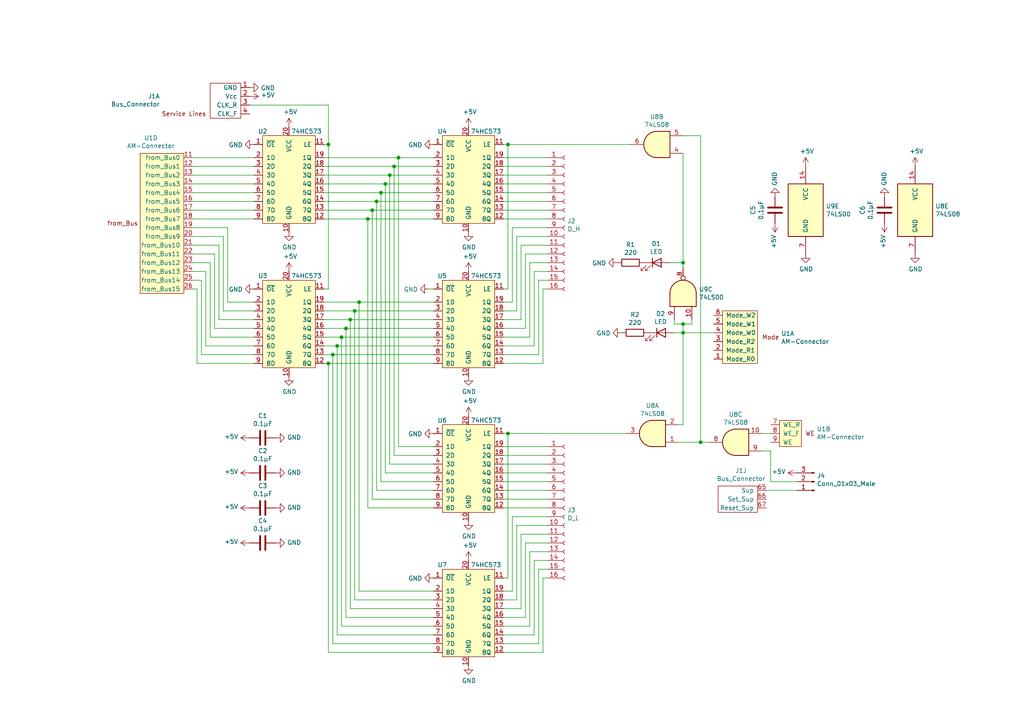
<source format=kicad_sch>
(kicad_sch (version 20211123) (generator eeschema)
  (paper "A4")
  (title_block (date "2022-01-27") (rev "v0.5") (comment 2 "https://github.com/jufo-ufo/Breadboard-Computer/blob/master/LICENSE") (comment 3 "License: Apache License 2.0") (comment 4 "Author: Alexander Wersching"))
  (lib_symbols
    (symbol "74xx:74LS00" (pin_names (offset 1.016))
      (property "Reference" "U" (at 0 1.27 0))
      (property "Value" "74LS00" (at 0 -1.27 0))
      (symbol "74LS00_1_1"
        (pin input line (at -7.62 2.54 0) (length 3.81) (name "~") (number "1"))
        (pin input line (at -7.62 -2.54 0) (length 3.81) (name "~") (number "2"))
        (pin output inverted (at 7.62 0 180) (length 3.81) (name "~") (number "3"))
      )
      (symbol "74LS00_1_2"
        (pin input inverted (at -7.62 2.54 0) (length 4.318) (name "~") (number "1"))
        (pin input inverted (at -7.62 -2.54 0) (length 4.318) (name "~") (number "2"))
        (pin output line (at 7.62 0 180) (length 3.81) (name "~") (number "3"))
      )
      (symbol "74LS00_2_1"
        (pin input line (at -7.62 2.54 0) (length 3.81) (name "~") (number "4"))
        (pin input line (at -7.62 -2.54 0) (length 3.81) (name "~") (number "5"))
        (pin output inverted (at 7.62 0 180) (length 3.81) (name "~") (number "6"))
      )
      (symbol "74LS00_2_2"
        (pin input inverted (at -7.62 2.54 0) (length 4.318) (name "~") (number "4"))
        (pin input inverted (at -7.62 -2.54 0) (length 4.318) (name "~") (number "5"))
        (pin output line (at 7.62 0 180) (length 3.81) (name "~") (number "6"))
      )
      (symbol "74LS00_3_1"
        (pin input line (at -7.62 -2.54 0) (length 3.81) (name "~") (number "10"))
        (pin output inverted (at 7.62 0 180) (length 3.81) (name "~") (number "8"))
        (pin input line (at -7.62 2.54 0) (length 3.81) (name "~") (number "9"))
      )
      (symbol "74LS00_3_2"
        (pin input inverted (at -7.62 -2.54 0) (length 4.318) (name "~") (number "10"))
        (pin output line (at 7.62 0 180) (length 3.81) (name "~") (number "8"))
        (pin input inverted (at -7.62 2.54 0) (length 4.318) (name "~") (number "9"))
      )
      (symbol "74LS00_4_1"
        (pin output inverted (at 7.62 0 180) (length 3.81) (name "~") (number "11"))
        (pin input line (at -7.62 2.54 0) (length 3.81) (name "~") (number "12"))
        (pin input line (at -7.62 -2.54 0) (length 3.81) (name "~") (number "13"))
      )
      (symbol "74LS00_4_2"
        (pin output line (at 7.62 0 180) (length 3.81) (name "~") (number "11"))
        (pin input inverted (at -7.62 2.54 0) (length 4.318) (name "~") (number "12"))
        (pin input inverted (at -7.62 -2.54 0) (length 4.318) (name "~") (number "13"))
      )
      (symbol "74LS00_5_0"
        (pin power_in line (at 0 12.7 270) (length 5.08) (name "VCC") (number "14"))
        (pin power_in line (at 0 -12.7 90) (length 5.08) (name "GND") (number "7"))
      )
    )
    (symbol "74xx:74LS08" (pin_names (offset 1.016))
      (property "Reference" "U" (at 0 1.27 0))
      (property "Value" "74LS08" (at 0 -1.27 0))
      (symbol "74LS08_1_1"
        (pin input line (at -7.62 2.54 0) (length 3.81) (name "~") (number "1"))
        (pin input line (at -7.62 -2.54 0) (length 3.81) (name "~") (number "2"))
        (pin output line (at 7.62 0 180) (length 3.81) (name "~") (number "3"))
      )
      (symbol "74LS08_1_2"
        (pin input inverted (at -7.62 2.54 0) (length 4.318) (name "~") (number "1"))
        (pin input inverted (at -7.62 -2.54 0) (length 4.318) (name "~") (number "2"))
        (pin output inverted (at 7.62 0 180) (length 3.81) (name "~") (number "3"))
      )
      (symbol "74LS08_2_1"
        (pin input line (at -7.62 2.54 0) (length 3.81) (name "~") (number "4"))
        (pin input line (at -7.62 -2.54 0) (length 3.81) (name "~") (number "5"))
        (pin output line (at 7.62 0 180) (length 3.81) (name "~") (number "6"))
      )
      (symbol "74LS08_2_2"
        (pin input inverted (at -7.62 2.54 0) (length 4.318) (name "~") (number "4"))
        (pin input inverted (at -7.62 -2.54 0) (length 4.318) (name "~") (number "5"))
        (pin output inverted (at 7.62 0 180) (length 3.81) (name "~") (number "6"))
      )
      (symbol "74LS08_3_1"
        (pin input line (at -7.62 -2.54 0) (length 3.81) (name "~") (number "10"))
        (pin output line (at 7.62 0 180) (length 3.81) (name "~") (number "8"))
        (pin input line (at -7.62 2.54 0) (length 3.81) (name "~") (number "9"))
      )
      (symbol "74LS08_3_2"
        (pin input inverted (at -7.62 -2.54 0) (length 4.318) (name "~") (number "10"))
        (pin output inverted (at 7.62 0 180) (length 3.81) (name "~") (number "8"))
        (pin input inverted (at -7.62 2.54 0) (length 4.318) (name "~") (number "9"))
      )
      (symbol "74LS08_4_1"
        (pin output line (at 7.62 0 180) (length 3.81) (name "~") (number "11"))
        (pin input line (at -7.62 2.54 0) (length 3.81) (name "~") (number "12"))
        (pin input line (at -7.62 -2.54 0) (length 3.81) (name "~") (number "13"))
      )
      (symbol "74LS08_4_2"
        (pin output inverted (at 7.62 0 180) (length 3.81) (name "~") (number "11"))
        (pin input inverted (at -7.62 2.54 0) (length 4.318) (name "~") (number "12"))
        (pin input inverted (at -7.62 -2.54 0) (length 4.318) (name "~") (number "13"))
      )
      (symbol "74LS08_5_0"
        (pin power_in line (at 0 12.7 270) (length 5.08) (name "VCC") (number "14"))
        (pin power_in line (at 0 -12.7 90) (length 5.08) (name "GND") (number "7"))
      )
    )
    (symbol "Computer_Component_Library:74HC573" (pin_names (offset 1.016))
      (property "Reference" "U" (at 6.35 16.51 0))
      (property "Value" "Computer_Component_Library_74HC573" (at -6.35 16.51 0))
      (symbol "74HC573_1_1"
        (pin input line (at -10.16 12.7 0) (length 2.54) (name "~{OE}") (number "1"))
        (pin power_in line (at 0 -12.7 90) (length 2.54) (name "GND") (number "10"))
        (pin input line (at 10.16 12.7 180) (length 2.54) (name "LE") (number "11"))
        (pin tri_state line (at 10.16 -8.89 180) (length 2.54) (name "8Q") (number "12"))
        (pin tri_state line (at 10.16 -6.35 180) (length 2.54) (name "7Q") (number "13"))
        (pin tri_state line (at 10.16 -3.81 180) (length 2.54) (name "6Q") (number "14"))
        (pin tri_state line (at 10.16 -1.27 180) (length 2.54) (name "5Q") (number "15"))
        (pin tri_state line (at 10.16 1.27 180) (length 2.54) (name "4Q") (number "16"))
        (pin tri_state line (at 10.16 3.81 180) (length 2.54) (name "3Q") (number "17"))
        (pin tri_state line (at 10.16 6.35 180) (length 2.54) (name "2Q") (number "18"))
        (pin tri_state line (at 10.16 8.89 180) (length 2.54) (name "1Q") (number "19"))
        (pin input line (at -10.16 8.89 0) (length 2.54) (name "1D") (number "2"))
        (pin power_in line (at 0 17.78 270) (length 2.54) (name "VCC") (number "20"))
        (pin input line (at -10.16 6.35 0) (length 2.54) (name "2D") (number "3"))
        (pin input line (at -10.16 3.81 0) (length 2.54) (name "3D") (number "4"))
        (pin input line (at -10.16 1.27 0) (length 2.54) (name "4D") (number "5"))
        (pin input line (at -10.16 -1.27 0) (length 2.54) (name "5D") (number "6"))
        (pin input line (at -10.16 -3.81 0) (length 2.54) (name "6D") (number "7"))
        (pin input line (at -10.16 -6.35 0) (length 2.54) (name "7D") (number "8"))
        (pin input line (at -10.16 -8.89 0) (length 2.54) (name "8D") (number "9"))
      )
    )
    (symbol "Computer_Component_Library:AM-Connector" (pin_names (offset 1.016))
      (property "Reference" "U" (at -12.7 5.08 0))
      (property "Value" "Computer_Component_Library_AM-Connector" (at -19.05 2.54 0))
      (symbol "AM-Connector_1_0"
        (text "Mode" (at -12.7 0 0) (effects (font (size 1.27 1.27))))
        (pin output line (at 3.81 6.35 180) (length 2.54) (name "Mode_R0") (number "1"))
        (pin output line (at 3.81 3.81 180) (length 2.54) (name "Mode_R1") (number "2"))
        (pin output line (at 3.81 1.27 180) (length 2.54) (name "Mode_R2") (number "3"))
        (pin output line (at 3.81 -1.27 180) (length 2.54) (name "Mode_W0") (number "4"))
        (pin output line (at 3.81 -3.81 180) (length 2.54) (name "Mode_W1") (number "5"))
        (pin output line (at 3.81 -6.35 180) (length 2.54) (name "Mode_W2") (number "6"))
      )
      (symbol "AM-Connector_2_0"
        (text "WE" (at -7.62 0 0) (effects (font (size 1.27 1.27))))
        (pin output line (at 3.81 2.54 180) (length 2.54) (name "WE_R") (number "7"))
        (pin output line (at 3.81 0 180) (length 2.54) (name "WE_F") (number "8"))
        (pin output line (at 3.81 -2.54 180) (length 2.54) (name "WE") (number "9"))
      )
      (symbol "AM-Connector_3_0"
        (text "RE" (at -6.35 0 0) (effects (font (size 1.27 1.27))))
        (pin output line (at 3.81 0 180) (length 2.54) (name "RE") (number "10"))
      )
      (symbol "AM-Connector_4_0"
        (text "from_Bus" (at -16.51 0 0) (effects (font (size 1.27 1.27))))
        (pin input line (at 3.81 19.05 180) (length 2.54) (name "from_Bus0") (number "11"))
        (pin input line (at 3.81 16.51 180) (length 2.54) (name "from_Bus1") (number "12"))
        (pin input line (at 3.81 13.97 180) (length 2.54) (name "from_Bus2") (number "13"))
        (pin input line (at 3.81 11.43 180) (length 2.54) (name "from_Bus3") (number "14"))
        (pin input line (at 3.81 8.89 180) (length 2.54) (name "from_Bus4") (number "15"))
        (pin input line (at 3.81 6.35 180) (length 2.54) (name "from_Bus5") (number "16"))
        (pin input line (at 3.81 3.81 180) (length 2.54) (name "from_Bus6") (number "17"))
        (pin input line (at 3.81 1.27 180) (length 2.54) (name "from_Bus7") (number "18"))
        (pin input line (at 3.81 -1.27 180) (length 2.54) (name "from_Bus8") (number "19"))
        (pin input line (at 3.81 -3.81 180) (length 2.54) (name "from_Bus9") (number "20"))
        (pin input line (at 3.81 -6.35 180) (length 2.54) (name "from_Bus10") (number "21"))
        (pin input line (at 3.81 -8.89 180) (length 2.54) (name "from_Bus11") (number "22"))
        (pin input line (at 3.81 -11.43 180) (length 2.54) (name "from_Bus12") (number "23"))
        (pin input line (at 3.81 -13.97 180) (length 2.54) (name "from_Bus13") (number "24"))
        (pin input line (at 3.81 -16.51 180) (length 2.54) (name "from_Bus14") (number "25"))
        (pin input line (at 3.81 -19.05 180) (length 2.54) (name "from_Bus15") (number "26"))
      )
      (symbol "AM-Connector_5_0"
        (text "to_Bus" (at -15.24 0 0) (effects (font (size 1.27 1.27))))
        (pin output line (at 3.81 19.05 180) (length 2.54) (name "to_Bus0") (number "27"))
        (pin output line (at 3.81 16.51 180) (length 2.54) (name "to_Bus1") (number "28"))
        (pin output line (at 3.81 13.97 180) (length 2.54) (name "to_Bus2") (number "29"))
        (pin output line (at 3.81 11.43 180) (length 2.54) (name "to_Bus3") (number "30"))
        (pin output line (at 3.81 8.89 180) (length 2.54) (name "to_Bus4") (number "31"))
        (pin output line (at 3.81 6.35 180) (length 2.54) (name "to_Bus5") (number "32"))
        (pin output line (at 3.81 3.81 180) (length 2.54) (name "to_Bus6") (number "33"))
        (pin output line (at 3.81 1.27 180) (length 2.54) (name "to_Bus7") (number "34"))
        (pin output line (at 3.81 -1.27 180) (length 2.54) (name "to_Bus8") (number "35"))
        (pin output line (at 3.81 -3.81 180) (length 2.54) (name "to_Bus9") (number "36"))
        (pin output line (at 3.81 -6.35 180) (length 2.54) (name "to_Bus10") (number "37"))
        (pin output line (at 3.81 -8.89 180) (length 2.54) (name "to_Bus11") (number "38"))
        (pin output line (at 3.81 -11.43 180) (length 2.54) (name "to_Bus12") (number "39"))
        (pin output line (at 3.81 -13.97 180) (length 2.54) (name "to_Bus13") (number "40"))
        (pin output line (at 3.81 -16.51 180) (length 2.54) (name "to_Bus14") (number "41"))
        (pin output line (at 3.81 -19.05 180) (length 2.54) (name "to_Bus15") (number "42"))
      )
    )
    (symbol "Computer_Component_Library:Bus_Connector" (pin_names (offset 1.016))
      (property "Reference" "J" (at -12.7 -1.27 0))
      (property "Value" "Computer_Component_Library_Bus_Connector" (at -19.05 1.27 0))
      (symbol "Bus_Connector_1_0"
        (text "Service Lines" (at -15.24 -3.81 0) (effects (font (size 1.27 1.27))))
      )
      (symbol "Bus_Connector_1_1"
        (pin power_out line (at 3.81 3.81 180) (length 2.54) (name "GND") (number "1"))
        (pin power_out line (at 3.81 1.27 180) (length 2.54) (name "Vcc") (number "2"))
        (pin bidirectional line (at 3.81 -1.27 180) (length 2.54) (name "CLK_R") (number "3"))
        (pin bidirectional line (at 3.81 -3.81 180) (length 2.54) (name "CLK_F") (number "4"))
      )
      (symbol "Bus_Connector_2_0"
        (text "BUS1" (at -11.43 -3.81 0) (effects (font (size 1.27 1.27))))
      )
      (symbol "Bus_Connector_2_1"
        (pin bidirectional line (at 3.81 6.35 180) (length 2.54) (name "BUS1:5") (number "10"))
        (pin bidirectional line (at 3.81 3.81 180) (length 2.54) (name "BUS1:6") (number "11"))
        (pin bidirectional line (at 3.81 1.27 180) (length 2.54) (name "BUS1:7") (number "12"))
        (pin bidirectional line (at 3.81 -1.27 180) (length 2.54) (name "BUS1:8") (number "13"))
        (pin bidirectional line (at 3.81 -3.81 180) (length 2.54) (name "BUS1:9") (number "14"))
        (pin bidirectional line (at 3.81 -6.35 180) (length 2.54) (name "BUS1:A") (number "15"))
        (pin bidirectional line (at 3.81 -8.89 180) (length 2.54) (name "BUS1:B") (number "16"))
        (pin bidirectional line (at 3.81 -11.43 180) (length 2.54) (name "BUS1:C") (number "17"))
        (pin bidirectional line (at 3.81 -13.97 180) (length 2.54) (name "BUS1:D") (number "18"))
        (pin bidirectional line (at 3.81 -16.51 180) (length 2.54) (name "BUS1:E") (number "19"))
        (pin bidirectional line (at 3.81 -19.05 180) (length 2.54) (name "BUS1:F") (number "20"))
        (pin bidirectional line (at 3.81 19.05 180) (length 2.54) (name "BUS1:0") (number "5"))
        (pin bidirectional line (at 3.81 16.51 180) (length 2.54) (name "BUS1:1") (number "6"))
        (pin bidirectional line (at 3.81 13.97 180) (length 2.54) (name "BUS1:2") (number "7"))
        (pin bidirectional line (at 3.81 11.43 180) (length 2.54) (name "BUS1:3") (number "8"))
        (pin bidirectional line (at 3.81 8.89 180) (length 2.54) (name "BUS1:4") (number "9"))
      )
      (symbol "Bus_Connector_3_0"
        (text "BUS2" (at -11.43 -3.81 0) (effects (font (size 1.27 1.27))))
      )
      (symbol "Bus_Connector_3_1"
        (pin bidirectional line (at 3.81 19.05 180) (length 2.54) (name "BUS2:0") (number "21"))
        (pin bidirectional line (at 3.81 16.51 180) (length 2.54) (name "BUS2:1") (number "22"))
        (pin bidirectional line (at 3.81 13.97 180) (length 2.54) (name "BUS2:2") (number "23"))
        (pin bidirectional line (at 3.81 11.43 180) (length 2.54) (name "BUS2:3") (number "24"))
        (pin bidirectional line (at 3.81 8.89 180) (length 2.54) (name "BUS2:4") (number "25"))
        (pin bidirectional line (at 3.81 6.35 180) (length 2.54) (name "BUS2:5") (number "26"))
        (pin bidirectional line (at 3.81 3.81 180) (length 2.54) (name "BUS2:6") (number "27"))
        (pin bidirectional line (at 3.81 1.27 180) (length 2.54) (name "BUS2:7") (number "28"))
        (pin bidirectional line (at 3.81 -1.27 180) (length 2.54) (name "BUS2:8") (number "29"))
        (pin bidirectional line (at 3.81 -3.81 180) (length 2.54) (name "BUS2:9") (number "30"))
        (pin bidirectional line (at 3.81 -6.35 180) (length 2.54) (name "BUS2:A") (number "31"))
        (pin bidirectional line (at 3.81 -8.89 180) (length 2.54) (name "BUS2:B") (number "32"))
        (pin bidirectional line (at 3.81 -11.43 180) (length 2.54) (name "BUS2:C") (number "33"))
        (pin bidirectional line (at 3.81 -13.97 180) (length 2.54) (name "BUS2:D") (number "34"))
        (pin bidirectional line (at 3.81 -16.51 180) (length 2.54) (name "BUS2:E") (number "35"))
        (pin bidirectional line (at 3.81 -19.05 180) (length 2.54) (name "BUS2:F") (number "36"))
      )
      (symbol "Bus_Connector_4_0"
        (text "WE1" (at -8.89 -3.81 0) (effects (font (size 1.27 1.27))))
      )
      (symbol "Bus_Connector_4_1"
        (pin bidirectional line (at 3.81 7.62 180) (length 2.54) (name "WE1:0") (number "37"))
        (pin bidirectional line (at 3.81 5.08 180) (length 2.54) (name "WE1:1") (number "38"))
        (pin bidirectional line (at 3.81 2.54 180) (length 2.54) (name "WE1:2") (number "39"))
        (pin bidirectional line (at 3.81 0 180) (length 2.54) (name "WE1:3") (number "40"))
        (pin bidirectional line (at 3.81 -2.54 180) (length 2.54) (name "WE1:4") (number "41"))
        (pin bidirectional line (at 3.81 -5.08 180) (length 2.54) (name "WE1:5") (number "42"))
        (pin bidirectional line (at 3.81 -7.62 180) (length 2.54) (name "WE1:6") (number "43"))
      )
      (symbol "Bus_Connector_5_0"
        (text "WE2" (at -8.89 -3.81 0) (effects (font (size 1.27 1.27))))
      )
      (symbol "Bus_Connector_5_1"
        (pin bidirectional line (at 3.81 7.62 180) (length 2.54) (name "WE2:0") (number "44"))
        (pin bidirectional line (at 3.81 5.08 180) (length 2.54) (name "WE2:1") (number "45"))
        (pin bidirectional line (at 3.81 2.54 180) (length 2.54) (name "WE2:2") (number "46"))
        (pin bidirectional line (at 3.81 0 180) (length 2.54) (name "WE2:3") (number "47"))
        (pin bidirectional line (at 3.81 -2.54 180) (length 2.54) (name "WE2:4") (number "48"))
        (pin bidirectional line (at 3.81 -5.08 180) (length 2.54) (name "WE2:5") (number "49"))
        (pin bidirectional line (at 3.81 -7.62 180) (length 2.54) (name "WE2:6") (number "50"))
      )
      (symbol "Bus_Connector_6_0"
        (text "RE1" (at -8.89 -3.81 0) (effects (font (size 1.27 1.27))))
      )
      (symbol "Bus_Connector_6_1"
        (pin bidirectional line (at 3.81 7.62 180) (length 2.54) (name "RE1:0") (number "51"))
        (pin bidirectional line (at 3.81 5.08 180) (length 2.54) (name "RE1:1") (number "52"))
        (pin bidirectional line (at 3.81 2.54 180) (length 2.54) (name "RE1:2") (number "53"))
        (pin bidirectional line (at 3.81 0 180) (length 2.54) (name "RE1:3") (number "54"))
        (pin bidirectional line (at 3.81 -2.54 180) (length 2.54) (name "RE1:4") (number "55"))
        (pin bidirectional line (at 3.81 -5.08 180) (length 2.54) (name "RE1:5") (number "56"))
        (pin bidirectional line (at 3.81 -7.62 180) (length 2.54) (name "RE1:6") (number "57"))
      )
      (symbol "Bus_Connector_7_0"
        (text "RE2" (at -8.89 -3.81 0) (effects (font (size 1.27 1.27))))
      )
      (symbol "Bus_Connector_7_1"
        (pin bidirectional line (at 3.81 7.62 180) (length 2.54) (name "RE2:0") (number "58"))
        (pin bidirectional line (at 3.81 5.08 180) (length 2.54) (name "RE2:1") (number "59"))
        (pin bidirectional line (at 3.81 2.54 180) (length 2.54) (name "RE2:2") (number "60"))
        (pin bidirectional line (at 3.81 0 180) (length 2.54) (name "RE2:3") (number "61"))
        (pin bidirectional line (at 3.81 -2.54 180) (length 2.54) (name "RE2:4") (number "62"))
        (pin bidirectional line (at 3.81 -5.08 180) (length 2.54) (name "RE2:5") (number "63"))
        (pin bidirectional line (at 3.81 -7.62 180) (length 2.54) (name "RE2:6") (number "64"))
      )
      (symbol "Bus_Connector_8_1"
        (text "Misc Lines" (at -16.51 -3.81 0) (effects (font (size 1.27 1.27))))
        (pin unspecified line (at 3.81 10.16 180) (length 2.54) (name "~") (number "72"))
        (pin unspecified line (at 3.81 7.62 180) (length 2.54) (name "~") (number "73"))
        (pin unspecified line (at 3.81 5.08 180) (length 2.54) (name "~") (number "74"))
        (pin unspecified line (at 3.81 2.54 180) (length 2.54) (name "~") (number "75"))
        (pin unspecified line (at 3.81 0 180) (length 2.54) (name "~") (number "76"))
        (pin unspecified line (at 3.81 -2.54 180) (length 2.54) (name "~") (number "77"))
        (pin unspecified line (at 3.81 -5.08 180) (length 2.54) (name "~") (number "78"))
        (pin unspecified line (at 3.81 -7.62 180) (length 2.54) (name "~") (number "79"))
        (pin unspecified line (at 3.81 -10.16 180) (length 2.54) (name "~") (number "80"))
      )
      (symbol "Bus_Connector_9_0"
        (text "Interrupt Lines" (at -19.05 -1.27 0) (effects (font (size 1.27 1.27))))
      )
      (symbol "Bus_Connector_9_1"
        (pin bidirectional line (at 3.81 3.81 180) (length 2.54) (name "Set_IO-Int") (number "68"))
        (pin bidirectional line (at 3.81 1.27 180) (length 2.54) (name "Set_Int-Int") (number "69"))
        (pin bidirectional line (at 3.81 -1.27 180) (length 2.54) (name "Set_TI1-Int") (number "70"))
        (pin bidirectional line (at 3.81 -3.81 180) (length 2.54) (name "Set_TI2-Int") (number "71"))
      )
      (symbol "Bus_Connector_10_1"
        (pin bidirectional line (at 3.81 2.54 180) (length 2.54) (name "Sup") (number "65"))
        (pin bidirectional line (at 3.81 0 180) (length 2.54) (name "Set_Sup") (number "66"))
        (pin bidirectional line (at 3.81 -2.54 180) (length 2.54) (name "Reset_Sup") (number "67"))
      )
    )
    (symbol "Connector:Conn_01x03_Male" (pin_names (offset 1.016) hide)
      (property "Reference" "J" (at 0 5.08 0))
      (property "Value" "Conn_01x03_Male" (at 0 -5.08 0))
      (symbol "Conn_01x03_Male_1_1"
        (pin passive line (at 5.08 2.54 180) (length 3.81) (name "Pin_1") (number "1"))
        (pin passive line (at 5.08 0 180) (length 3.81) (name "Pin_2") (number "2"))
        (pin passive line (at 5.08 -2.54 180) (length 3.81) (name "Pin_3") (number "3"))
      )
    )
    (symbol "Connector:Conn_01x16_Female" (pin_names (offset 1.016) hide)
      (property "Reference" "J" (at 0 20.32 0))
      (property "Value" "Conn_01x16_Female" (at 0 -22.86 0))
      (symbol "Conn_01x16_Female_1_1"
        (pin passive line (at -5.08 17.78 0) (length 3.81) (name "Pin_1") (number "1"))
        (pin passive line (at -5.08 -5.08 0) (length 3.81) (name "Pin_10") (number "10"))
        (pin passive line (at -5.08 -7.62 0) (length 3.81) (name "Pin_11") (number "11"))
        (pin passive line (at -5.08 -10.16 0) (length 3.81) (name "Pin_12") (number "12"))
        (pin passive line (at -5.08 -12.7 0) (length 3.81) (name "Pin_13") (number "13"))
        (pin passive line (at -5.08 -15.24 0) (length 3.81) (name "Pin_14") (number "14"))
        (pin passive line (at -5.08 -17.78 0) (length 3.81) (name "Pin_15") (number "15"))
        (pin passive line (at -5.08 -20.32 0) (length 3.81) (name "Pin_16") (number "16"))
        (pin passive line (at -5.08 15.24 0) (length 3.81) (name "Pin_2") (number "2"))
        (pin passive line (at -5.08 12.7 0) (length 3.81) (name "Pin_3") (number "3"))
        (pin passive line (at -5.08 10.16 0) (length 3.81) (name "Pin_4") (number "4"))
        (pin passive line (at -5.08 7.62 0) (length 3.81) (name "Pin_5") (number "5"))
        (pin passive line (at -5.08 5.08 0) (length 3.81) (name "Pin_6") (number "6"))
        (pin passive line (at -5.08 2.54 0) (length 3.81) (name "Pin_7") (number "7"))
        (pin passive line (at -5.08 0 0) (length 3.81) (name "Pin_8") (number "8"))
        (pin passive line (at -5.08 -2.54 0) (length 3.81) (name "Pin_9") (number "9"))
      )
    )
    (symbol "Device:C" (pin_numbers hide) (pin_names (offset 0.254))
      (property "Reference" "C" (at 0.635 2.54 0))
      (property "Value" "C" (at 0.635 -2.54 0))
      (symbol "C_1_1"
        (pin passive line (at 0 3.81 270) (length 2.794) (name "~") (number "1"))
        (pin passive line (at 0 -3.81 90) (length 2.794) (name "~") (number "2"))
      )
    )
    (symbol "Device:LED" (pin_numbers hide) (pin_names (offset 1.016) hide)
      (property "Reference" "D" (at 0 2.54 0))
      (property "Value" "LED" (at 0 -2.54 0))
      (symbol "LED_1_1"
        (pin passive line (at -3.81 0 0) (length 2.54) (name "K") (number "1"))
        (pin passive line (at 3.81 0 180) (length 2.54) (name "A") (number "2"))
      )
    )
    (symbol "Device:R" (pin_numbers hide) (pin_names (offset 0))
      (property "Reference" "R" (at 2.032 0 90))
      (property "Value" "R" (at 0 0 90))
      (symbol "R_1_1"
        (pin passive line (at 0 3.81 270) (length 1.27) (name "~") (number "1"))
        (pin passive line (at 0 -3.81 90) (length 1.27) (name "~") (number "2"))
      )
    )
    (symbol "power:+5V" (power) (pin_names (offset 0))
      (property "Value" "+5V" (at 0 3.556 0))
      (symbol "+5V_1_1"
        (pin power_in line (at 0 0 90) (length 0) hide (name "+5V") (number "1"))
      )
    )
    (symbol "power:GND" (power) (pin_names (offset 0))
      (property "Value" "GND" (at 0 -3.81 0))
      (symbol "GND_1_1"
        (pin power_in line (at 0 0 270) (length 0) hide (name "GND") (number "1"))
      )
    )
  )
  (junction (at 97.79 100.33))
  (junction (at 198.12 76.2))
  (junction (at 109.22 58.42))
  (junction (at 99.06 97.79))
  (junction (at 95.25 105.41))
  (junction (at 147.32 125.73))
  (junction (at 198.12 93.98))
  (junction (at 95.25 41.91))
  (junction (at 114.3 48.26))
  (junction (at 101.6 92.71))
  (junction (at 147.32 41.91))
  (junction (at 110.49 55.88))
  (junction (at 203.2 128.27))
  (junction (at 198.12 96.52))
  (junction (at 107.95 60.96))
  (junction (at 96.52 102.87))
  (junction (at 100.33 95.25))
  (junction (at 104.14 87.63))
  (junction (at 115.57 45.72))
  (junction (at 102.87 90.17))
  (junction (at 106.68 63.5))
  (junction (at 113.03 50.8))
  (junction (at 111.76 53.34))
  (wire (pts (xy 158.75 162.56) (xy 154.94 162.56)))
  (wire (pts (xy 101.6 92.71) (xy 101.6 176.53)))
  (wire (pts (xy 125.73 50.8) (xy 113.03 50.8)))
  (wire (pts (xy 125.73 92.71) (xy 101.6 92.71)))
  (wire (pts (xy 146.05 50.8) (xy 158.75 50.8)))
  (wire (pts (xy 223.52 139.7) (xy 231.14 139.7)))
  (wire (pts (xy 93.98 97.79) (xy 99.06 97.79)))
  (wire (pts (xy 125.73 173.99) (xy 102.87 173.99)))
  (wire (pts (xy 125.73 83.82) (xy 124.46 83.82)))
  (wire (pts (xy 148.59 171.45) (xy 146.05 171.45)))
  (wire (pts (xy 198.12 44.45) (xy 198.12 76.2)))
  (wire (pts (xy 146.05 63.5) (xy 158.75 63.5)))
  (wire (pts (xy 149.86 90.17) (xy 149.86 68.58)))
  (wire (pts (xy 55.88 45.72) (xy 73.66 45.72)))
  (wire (pts (xy 146.05 60.96) (xy 158.75 60.96)))
  (wire (pts (xy 97.79 184.15) (xy 125.73 184.15)))
  (wire (pts (xy 55.88 60.96) (xy 73.66 60.96)))
  (wire (pts (xy 198.12 96.52) (xy 195.58 96.52)))
  (wire (pts (xy 106.68 147.32) (xy 125.73 147.32)))
  (wire (pts (xy 125.73 132.08) (xy 114.3 132.08)))
  (wire (pts (xy 198.12 76.2) (xy 194.31 76.2)))
  (wire (pts (xy 147.32 125.73) (xy 147.32 167.64)))
  (wire (pts (xy 59.69 100.33) (xy 59.69 78.74)))
  (wire (pts (xy 149.86 68.58) (xy 158.75 68.58)))
  (wire (pts (xy 222.25 142.24) (xy 231.14 142.24)))
  (wire (pts (xy 115.57 129.54) (xy 125.73 129.54)))
  (wire (pts (xy 146.05 129.54) (xy 158.75 129.54)))
  (wire (pts (xy 101.6 176.53) (xy 125.73 176.53)))
  (wire (pts (xy 152.4 73.66) (xy 158.75 73.66)))
  (wire (pts (xy 146.05 173.99) (xy 149.86 173.99)))
  (wire (pts (xy 100.33 95.25) (xy 93.98 95.25)))
  (wire (pts (xy 107.95 60.96) (xy 125.73 60.96)))
  (wire (pts (xy 154.94 184.15) (xy 146.05 184.15)))
  (wire (pts (xy 147.32 83.82) (xy 147.32 41.91)))
  (wire (pts (xy 156.21 102.87) (xy 156.21 81.28)))
  (wire (pts (xy 158.75 83.82) (xy 157.48 83.82)))
  (wire (pts (xy 153.67 160.02) (xy 153.67 181.61)))
  (wire (pts (xy 113.03 134.62) (xy 125.73 134.62)))
  (wire (pts (xy 114.3 132.08) (xy 114.3 48.26)))
  (wire (pts (xy 198.12 76.2) (xy 198.12 77.47)))
  (wire (pts (xy 55.88 55.88) (xy 73.66 55.88)))
  (wire (pts (xy 158.75 58.42) (xy 146.05 58.42)))
  (wire (pts (xy 104.14 171.45) (xy 125.73 171.45)))
  (wire (pts (xy 97.79 100.33) (xy 125.73 100.33)))
  (wire (pts (xy 96.52 102.87) (xy 96.52 186.69)))
  (wire (pts (xy 158.75 71.12) (xy 151.13 71.12)))
  (wire (pts (xy 100.33 179.07) (xy 100.33 95.25)))
  (wire (pts (xy 97.79 184.15) (xy 97.79 100.33)))
  (wire (pts (xy 148.59 149.86) (xy 148.59 171.45)))
  (wire (pts (xy 146.05 83.82) (xy 147.32 83.82)))
  (wire (pts (xy 115.57 45.72) (xy 115.57 129.54)))
  (wire (pts (xy 149.86 173.99) (xy 149.86 152.4)))
  (wire (pts (xy 57.15 83.82) (xy 55.88 83.82)))
  (wire (pts (xy 62.23 73.66) (xy 55.88 73.66)))
  (wire (pts (xy 158.75 132.08) (xy 146.05 132.08)))
  (wire (pts (xy 104.14 87.63) (xy 125.73 87.63)))
  (wire (pts (xy 146.05 139.7) (xy 158.75 139.7)))
  (wire (pts (xy 146.05 144.78) (xy 158.75 144.78)))
  (wire (pts (xy 63.5 92.71) (xy 73.66 92.71)))
  (wire (pts (xy 223.52 125.73) (xy 220.98 125.73)))
  (wire (pts (xy 93.98 102.87) (xy 96.52 102.87)))
  (wire (pts (xy 158.75 167.64) (xy 157.48 167.64)))
  (wire (pts (xy 100.33 95.25) (xy 125.73 95.25)))
  (wire (pts (xy 110.49 55.88) (xy 110.49 139.7)))
  (wire (pts (xy 73.66 90.17) (xy 64.77 90.17)))
  (wire (pts (xy 60.96 97.79) (xy 73.66 97.79)))
  (wire (pts (xy 102.87 90.17) (xy 93.98 90.17)))
  (wire (pts (xy 73.66 58.42) (xy 55.88 58.42)))
  (wire (pts (xy 73.66 48.26) (xy 55.88 48.26)))
  (wire (pts (xy 93.98 87.63) (xy 104.14 87.63)))
  (wire (pts (xy 55.88 71.12) (xy 63.5 71.12)))
  (wire (pts (xy 111.76 137.16) (xy 111.76 53.34)))
  (wire (pts (xy 158.75 149.86) (xy 148.59 149.86)))
  (wire (pts (xy 195.58 93.98) (xy 198.12 93.98)))
  (wire (pts (xy 58.42 81.28) (xy 58.42 102.87)))
  (wire (pts (xy 113.03 50.8) (xy 113.03 134.62)))
  (wire (pts (xy 156.21 186.69) (xy 156.21 165.1)))
  (wire (pts (xy 207.01 96.52) (xy 198.12 96.52)))
  (wire (pts (xy 106.68 63.5) (xy 106.68 147.32)))
  (wire (pts (xy 146.05 95.25) (xy 152.4 95.25)))
  (wire (pts (xy 107.95 144.78) (xy 125.73 144.78)))
  (wire (pts (xy 156.21 165.1) (xy 158.75 165.1)))
  (wire (pts (xy 63.5 71.12) (xy 63.5 92.71)))
  (wire (pts (xy 148.59 66.04) (xy 148.59 87.63)))
  (wire (pts (xy 147.32 125.73) (xy 181.61 125.73)))
  (wire (pts (xy 55.88 81.28) (xy 58.42 81.28)))
  (wire (pts (xy 157.48 83.82) (xy 157.48 105.41)))
  (wire (pts (xy 73.66 95.25) (xy 62.23 95.25)))
  (wire (pts (xy 147.32 125.73) (xy 146.05 125.73)))
  (wire (pts (xy 158.75 160.02) (xy 153.67 160.02)))
  (wire (pts (xy 154.94 78.74) (xy 154.94 100.33)))
  (wire (pts (xy 153.67 97.79) (xy 146.05 97.79)))
  (wire (pts (xy 93.98 105.41) (xy 95.25 105.41)))
  (wire (pts (xy 158.75 154.94) (xy 151.13 154.94)))
  (wire (pts (xy 62.23 95.25) (xy 62.23 73.66)))
  (wire (pts (xy 125.73 45.72) (xy 115.57 45.72)))
  (wire (pts (xy 104.14 87.63) (xy 104.14 171.45)))
  (wire (pts (xy 93.98 53.34) (xy 111.76 53.34)))
  (wire (pts (xy 113.03 50.8) (xy 93.98 50.8)))
  (wire (pts (xy 99.06 181.61) (xy 125.73 181.61)))
  (wire (pts (xy 153.67 181.61) (xy 146.05 181.61)))
  (wire (pts (xy 57.15 105.41) (xy 57.15 83.82)))
  (wire (pts (xy 146.05 41.91) (xy 147.32 41.91)))
  (wire (pts (xy 158.75 142.24) (xy 146.05 142.24)))
  (wire (pts (xy 95.25 41.91) (xy 95.25 83.82)))
  (wire (pts (xy 55.88 76.2) (xy 60.96 76.2)))
  (wire (pts (xy 72.39 30.48) (xy 95.25 30.48)))
  (wire (pts (xy 93.98 63.5) (xy 106.68 63.5)))
  (wire (pts (xy 115.57 45.72) (xy 93.98 45.72)))
  (wire (pts (xy 125.73 189.23) (xy 95.25 189.23)))
  (wire (pts (xy 196.85 123.19) (xy 198.12 123.19)))
  (wire (pts (xy 110.49 55.88) (xy 93.98 55.88)))
  (wire (pts (xy 107.95 144.78) (xy 107.95 60.96)))
  (wire (pts (xy 149.86 152.4) (xy 158.75 152.4)))
  (wire (pts (xy 60.96 76.2) (xy 60.96 97.79)))
  (wire (pts (xy 66.04 66.04) (xy 66.04 87.63)))
  (wire (pts (xy 152.4 95.25) (xy 152.4 73.66)))
  (wire (pts (xy 198.12 39.37) (xy 203.2 39.37)))
  (wire (pts (xy 146.05 134.62) (xy 158.75 134.62)))
  (wire (pts (xy 147.32 41.91) (xy 182.88 41.91)))
  (wire (pts (xy 154.94 100.33) (xy 146.05 100.33)))
  (wire (pts (xy 200.66 93.98) (xy 200.66 92.71)))
  (wire (pts (xy 198.12 93.98) (xy 198.12 96.52)))
  (wire (pts (xy 59.69 78.74) (xy 55.88 78.74)))
  (wire (pts (xy 99.06 97.79) (xy 99.06 181.61)))
  (wire (pts (xy 97.79 100.33) (xy 93.98 100.33)))
  (wire (pts (xy 109.22 58.42) (xy 109.22 142.24)))
  (wire (pts (xy 95.25 189.23) (xy 95.25 105.41)))
  (wire (pts (xy 125.73 102.87) (xy 96.52 102.87)))
  (wire (pts (xy 151.13 154.94) (xy 151.13 176.53)))
  (wire (pts (xy 95.25 30.48) (xy 95.25 41.91)))
  (wire (pts (xy 151.13 71.12) (xy 151.13 92.71)))
  (wire (pts (xy 125.73 179.07) (xy 100.33 179.07)))
  (wire (pts (xy 64.77 68.58) (xy 55.88 68.58)))
  (wire (pts (xy 125.73 58.42) (xy 109.22 58.42)))
  (wire (pts (xy 157.48 189.23) (xy 146.05 189.23)))
  (wire (pts (xy 220.98 130.81) (xy 223.52 130.81)))
  (wire (pts (xy 64.77 90.17) (xy 64.77 68.58)))
  (wire (pts (xy 158.75 48.26) (xy 146.05 48.26)))
  (wire (pts (xy 146.05 55.88) (xy 158.75 55.88)))
  (wire (pts (xy 156.21 81.28) (xy 158.75 81.28)))
  (wire (pts (xy 102.87 90.17) (xy 125.73 90.17)))
  (wire (pts (xy 196.85 128.27) (xy 203.2 128.27)))
  (wire (pts (xy 158.75 53.34) (xy 146.05 53.34)))
  (wire (pts (xy 111.76 53.34) (xy 125.73 53.34)))
  (wire (pts (xy 152.4 179.07) (xy 152.4 157.48)))
  (wire (pts (xy 152.4 157.48) (xy 158.75 157.48)))
  (wire (pts (xy 73.66 105.41) (xy 57.15 105.41)))
  (wire (pts (xy 146.05 105.41) (xy 157.48 105.41)))
  (wire (pts (xy 102.87 173.99) (xy 102.87 90.17)))
  (wire (pts (xy 95.25 105.41) (xy 125.73 105.41)))
  (wire (pts (xy 151.13 92.71) (xy 146.05 92.71)))
  (wire (pts (xy 96.52 186.69) (xy 125.73 186.69)))
  (wire (pts (xy 66.04 87.63) (xy 73.66 87.63)))
  (wire (pts (xy 95.25 41.91) (xy 93.98 41.91)))
  (wire (pts (xy 154.94 162.56) (xy 154.94 184.15)))
  (wire (pts (xy 73.66 53.34) (xy 55.88 53.34)))
  (wire (pts (xy 59.69 100.33) (xy 73.66 100.33)))
  (wire (pts (xy 107.95 60.96) (xy 93.98 60.96)))
  (wire (pts (xy 195.58 92.71) (xy 195.58 93.98)))
  (wire (pts (xy 95.25 83.82) (xy 93.98 83.82)))
  (wire (pts (xy 153.67 76.2) (xy 153.67 97.79)))
  (wire (pts (xy 146.05 90.17) (xy 149.86 90.17)))
  (wire (pts (xy 146.05 147.32) (xy 158.75 147.32)))
  (wire (pts (xy 93.98 92.71) (xy 101.6 92.71)))
  (wire (pts (xy 110.49 139.7) (xy 125.73 139.7)))
  (wire (pts (xy 55.88 66.04) (xy 66.04 66.04)))
  (wire (pts (xy 55.88 50.8) (xy 73.66 50.8)))
  (wire (pts (xy 158.75 66.04) (xy 148.59 66.04)))
  (wire (pts (xy 158.75 78.74) (xy 154.94 78.74)))
  (wire (pts (xy 158.75 137.16) (xy 146.05 137.16)))
  (wire (pts (xy 203.2 128.27) (xy 205.74 128.27)))
  (wire (pts (xy 157.48 167.64) (xy 157.48 189.23)))
  (wire (pts (xy 111.76 137.16) (xy 125.73 137.16)))
  (wire (pts (xy 125.73 97.79) (xy 99.06 97.79)))
  (wire (pts (xy 148.59 87.63) (xy 146.05 87.63)))
  (wire (pts (xy 109.22 142.24) (xy 125.73 142.24)))
  (wire (pts (xy 93.98 58.42) (xy 109.22 58.42)))
  (wire (pts (xy 146.05 186.69) (xy 156.21 186.69)))
  (wire (pts (xy 203.2 39.37) (xy 203.2 128.27)))
  (wire (pts (xy 151.13 176.53) (xy 146.05 176.53)))
  (wire (pts (xy 198.12 96.52) (xy 198.12 123.19)))
  (wire (pts (xy 198.12 93.98) (xy 200.66 93.98)))
  (wire (pts (xy 73.66 63.5) (xy 55.88 63.5)))
  (wire (pts (xy 146.05 179.07) (xy 152.4 179.07)))
  (wire (pts (xy 146.05 45.72) (xy 158.75 45.72)))
  (wire (pts (xy 147.32 167.64) (xy 146.05 167.64)))
  (wire (pts (xy 146.05 102.87) (xy 156.21 102.87)))
  (wire (pts (xy 223.52 130.81) (xy 223.52 139.7)))
  (wire (pts (xy 125.73 55.88) (xy 110.49 55.88)))
  (wire (pts (xy 114.3 48.26) (xy 125.73 48.26)))
  (wire (pts (xy 125.73 63.5) (xy 106.68 63.5)))
  (wire (pts (xy 58.42 102.87) (xy 73.66 102.87)))
  (wire (pts (xy 93.98 48.26) (xy 114.3 48.26)))
  (wire (pts (xy 158.75 76.2) (xy 153.67 76.2)))
  (symbol (lib_id "Computer_Component_Library:Bus_Connector") (at 68.58 29.21 0) (unit 1)
    (property "Reference" "J1" (at 46.3804 27.9146 0) (effects (justify right)))
    (property "Value" "Bus_Connector" (at 46.3804 30.226 0) (effects (justify right)))
    (property "Footprint" "Computer_Component_Library:PinHeader_1x78_P2.54mm_Horizontal" (effects hide))
  )
  (symbol (lib_id "Computer_Component_Library:AM-Connector") (at 52.07 64.77 0) (unit 4)
    (property "Reference" "U1" (at 43.7642 40.005 0))
    (property "Value" "AM-Connector" (at 43.7642 42.3164 0))
    (property "Footprint" "Computer_Component_Library:PinHeader_1x42_P2.54mm_Horizontal" (effects hide))
  )
  (symbol (lib_id "Computer_Component_Library:AM-Connector") (at 227.33 125.73 0) (mirror y) (unit 2)
    (property "Reference" "U1" (at 236.8804 124.4346 0) (effects (justify right)))
    (property "Value" "AM-Connector" (at 236.8804 126.746 0) (effects (justify right)))
    (property "Footprint" "Computer_Component_Library:PinHeader_1x42_P2.54mm_Horizontal" (effects hide))
  )
  (symbol (lib_id "Computer_Component_Library:Bus_Connector") (at 218.44 144.78 0) (unit 10)
    (property "Reference" "J1" (at 214.9348 136.525 0))
    (property "Value" "Bus_Connector" (at 214.9348 138.8364 0))
    (property "Footprint" "Computer_Component_Library:PinHeader_1x78_P2.54mm_Horizontal" (effects hide))
  )
  (symbol (lib_id "Connector:Conn_01x16_Female") (at 163.83 147.32 0) (unit 1)
    (property "Reference" "J3" (at 164.5412 147.9296 0) (effects (justify left)))
    (property "Value" "D_L" (at 164.5412 150.241 0) (effects (justify left)))
    (property "Footprint" "Connector_PinHeader_2.00mm:PinHeader_1x16_P2.00mm_Vertical" (effects hide))
  )
  (symbol (lib_id "Computer_Component_Library:74HC573") (at 135.89 138.43 0) (unit 1)
    (property "Reference" "U6" (at 128.27 121.92 0))
    (property "Value" "74HC573" (at 140.97 121.92 0))
    (property "Footprint" "Package_DIP:DIP-20_W7.62mm_Socket" (effects hide))
  )
  (symbol (lib_id "Computer_Component_Library:74HC573") (at 135.89 180.34 0) (unit 1)
    (property "Reference" "U7" (at 128.27 163.83 0))
    (property "Value" "74HC573" (at 140.97 163.83 0))
    (property "Footprint" "Package_DIP:DIP-20_W7.62mm_Socket" (effects hide))
  )
  (symbol (lib_id "Connector:Conn_01x03_Male") (at 236.22 139.7 180) (unit 1)
    (property "Reference" "J4" (at 236.9312 137.9728 0) (effects (justify right)))
    (property "Value" "Conn_01x03_Male" (at 236.9312 140.2842 0) (effects (justify right)))
    (property "Footprint" "Connector_PinSocket_2.00mm:PinSocket_1x03_P2.00mm_Vertical" (effects hide))
  )
  (symbol (lib_id "power:+5V") (at 135.89 162.56 0) (unit 1)
    (property "Reference" "#PWR0101" (effects hide))
    (property "Value" "+5V" (at 136.271 158.1658 0))
  )
  (symbol (lib_id "power:+5V") (at 231.14 137.16 90) (unit 1)
    (property "Reference" "#PWR0121" (effects hide))
    (property "Value" "+5V" (at 227.8888 136.779 90) (effects (justify left)))
  )
  (symbol (lib_id "power:+5V") (at 135.89 120.65 0) (unit 1)
    (property "Reference" "#PWR0102" (effects hide))
    (property "Value" "+5V" (at 136.271 116.2558 0))
  )
  (symbol (lib_id "power:GND") (at 135.89 151.13 0) (unit 1)
    (property "Reference" "#PWR0104" (effects hide))
    (property "Value" "GND" (at 136.017 155.5242 0))
  )
  (symbol (lib_id "Connector:Conn_01x16_Female") (at 163.83 63.5 0) (unit 1)
    (property "Reference" "J2" (at 164.5412 64.1096 0) (effects (justify left)))
    (property "Value" "D_H" (at 164.5412 66.421 0) (effects (justify left)))
    (property "Footprint" "Connector_PinHeader_2.00mm:PinHeader_1x16_P2.00mm_Vertical" (effects hide))
  )
  (symbol (lib_id "Computer_Component_Library:74HC573") (at 135.89 54.61 0) (unit 1)
    (property "Reference" "U4" (at 128.27 38.1 0))
    (property "Value" "74HC573" (at 140.97 38.1 0))
    (property "Footprint" "Package_DIP:DIP-20_W7.62mm_Socket" (effects hide))
  )
  (symbol (lib_id "Computer_Component_Library:74HC573") (at 135.89 96.52 0) (unit 1)
    (property "Reference" "U5" (at 128.27 80.01 0))
    (property "Value" "74HC573" (at 140.97 80.01 0))
    (property "Footprint" "Package_DIP:DIP-20_W7.62mm_Socket" (effects hide))
  )
  (symbol (lib_id "power:+5V") (at 135.89 78.74 0) (unit 1)
    (property "Reference" "#PWR0105" (effects hide))
    (property "Value" "+5V" (at 136.271 74.3458 0))
  )
  (symbol (lib_id "power:+5V") (at 135.89 36.83 0) (unit 1)
    (property "Reference" "#PWR0106" (effects hide))
    (property "Value" "+5V" (at 136.271 32.4358 0))
  )
  (symbol (lib_id "power:GND") (at 135.89 109.22 0) (unit 1)
    (property "Reference" "#PWR0107" (effects hide))
    (property "Value" "GND" (at 136.017 113.6142 0))
  )
  (symbol (lib_id "power:GND") (at 135.89 67.31 0) (unit 1)
    (property "Reference" "#PWR0108" (effects hide))
    (property "Value" "GND" (at 136.017 71.7042 0))
  )
  (symbol (lib_id "power:+5V") (at 224.79 64.77 180) (unit 1)
    (property "Reference" "#PWR0128" (effects hide))
    (property "Value" "+5V" (at 224.409 68.0212 90) (effects (justify left)))
  )
  (symbol (lib_id "power:GND") (at 224.79 57.15 180) (unit 1)
    (property "Reference" "#PWR0129" (effects hide))
    (property "Value" "GND" (at 224.663 53.8988 90) (effects (justify right)))
  )
  (symbol (lib_id "Device:C") (at 224.79 60.96 0) (unit 1)
    (property "Reference" "C5" (at 218.3892 60.96 90))
    (property "Value" "0.1µF" (at 220.7006 60.96 90))
    (property "Footprint" "Capacitor_THT:C_Disc_D8.0mm_W5.0mm_P5.00mm" (effects hide))
  )
  (symbol (lib_id "power:+5V") (at 256.54 64.77 180) (unit 1)
    (property "Reference" "#PWR0130" (effects hide))
    (property "Value" "+5V" (at 256.159 68.0212 90) (effects (justify left)))
  )
  (symbol (lib_id "power:GND") (at 256.54 57.15 180) (unit 1)
    (property "Reference" "#PWR0131" (effects hide))
    (property "Value" "GND" (at 256.413 53.8988 90) (effects (justify right)))
  )
  (symbol (lib_id "Device:C") (at 256.54 60.96 0) (unit 1)
    (property "Reference" "C6" (at 250.1392 60.96 90))
    (property "Value" "0.1µF" (at 252.4506 60.96 90))
    (property "Footprint" "Capacitor_THT:C_Disc_D8.0mm_W5.0mm_P5.00mm" (effects hide))
  )
  (symbol (lib_id "power:+5V") (at 72.39 157.48 90) (unit 1)
    (property "Reference" "#PWR0132" (effects hide))
    (property "Value" "+5V" (at 69.1388 157.099 90) (effects (justify left)))
  )
  (symbol (lib_id "power:GND") (at 80.01 157.48 90) (unit 1)
    (property "Reference" "#PWR0133" (effects hide))
    (property "Value" "GND" (at 83.2612 157.353 90) (effects (justify right)))
  )
  (symbol (lib_id "Device:C") (at 76.2 157.48 270) (unit 1)
    (property "Reference" "C4" (at 76.2 151.0792 90))
    (property "Value" "0.1µF" (at 76.2 153.3906 90))
    (property "Footprint" "Capacitor_THT:C_Disc_D8.0mm_W5.0mm_P5.00mm" (effects hide))
  )
  (symbol (lib_id "power:+5V") (at 72.39 147.32 90) (unit 1)
    (property "Reference" "#PWR0134" (effects hide))
    (property "Value" "+5V" (at 69.1388 146.939 90) (effects (justify left)))
  )
  (symbol (lib_id "power:GND") (at 80.01 147.32 90) (unit 1)
    (property "Reference" "#PWR0135" (effects hide))
    (property "Value" "GND" (at 83.2612 147.193 90) (effects (justify right)))
  )
  (symbol (lib_id "Device:C") (at 76.2 147.32 270) (unit 1)
    (property "Reference" "C3" (at 76.2 140.9192 90))
    (property "Value" "0.1µF" (at 76.2 143.2306 90))
    (property "Footprint" "Capacitor_THT:C_Disc_D8.0mm_W5.0mm_P5.00mm" (effects hide))
  )
  (symbol (lib_id "power:+5V") (at 72.39 137.16 90) (unit 1)
    (property "Reference" "#PWR0136" (effects hide))
    (property "Value" "+5V" (at 69.1388 136.779 90) (effects (justify left)))
  )
  (symbol (lib_id "power:GND") (at 80.01 137.16 90) (unit 1)
    (property "Reference" "#PWR0137" (effects hide))
    (property "Value" "GND" (at 83.2612 137.033 90) (effects (justify right)))
  )
  (symbol (lib_id "Device:C") (at 76.2 137.16 270) (unit 1)
    (property "Reference" "C2" (at 76.2 130.7592 90))
    (property "Value" "0.1µF" (at 76.2 133.0706 90))
    (property "Footprint" "Capacitor_THT:C_Disc_D8.0mm_W5.0mm_P5.00mm" (effects hide))
  )
  (symbol (lib_id "power:+5V") (at 72.39 127 90) (unit 1)
    (property "Reference" "#PWR0138" (effects hide))
    (property "Value" "+5V" (at 69.1388 126.619 90) (effects (justify left)))
  )
  (symbol (lib_id "power:GND") (at 80.01 127 90) (unit 1)
    (property "Reference" "#PWR0139" (effects hide))
    (property "Value" "GND" (at 83.2612 126.873 90) (effects (justify right)))
  )
  (symbol (lib_id "Device:C") (at 76.2 127 270) (unit 1)
    (property "Reference" "C1" (at 76.2 120.5992 90))
    (property "Value" "0.1µF" (at 76.2 122.9106 90))
    (property "Footprint" "Capacitor_THT:C_Disc_D8.0mm_W5.0mm_P5.00mm" (effects hide))
  )
  (symbol (lib_id "Computer_Component_Library:AM-Connector") (at 210.82 97.79 180) (unit 1)
    (property "Reference" "U1" (at 226.568 96.7486 0) (effects (justify right)))
    (property "Value" "AM-Connector" (at 226.568 99.06 0) (effects (justify right)))
    (property "Footprint" "Computer_Component_Library:PinHeader_1x42_P2.54mm_Horizontal" (effects hide))
  )
  (symbol (lib_id "74xx:74LS00") (at 233.68 60.96 0) (unit 5)
    (property "Reference" "U9" (at 239.522 59.7916 0) (effects (justify left)))
    (property "Value" "74LS00" (at 239.522 62.103 0) (effects (justify left)))
    (property "Footprint" "Package_DIP:DIP-14_W7.62mm_Socket" (effects hide))
    (property "Datasheet" "http://www.ti.com/lit/gpn/sn74ls00" (effects hide))
  )
  (symbol (lib_id "power:GND") (at 233.68 73.66 0) (unit 1)
    (property "Reference" "#PWR0109" (effects hide))
    (property "Value" "GND" (at 233.807 78.0542 0))
  )
  (symbol (lib_id "power:+5V") (at 233.68 48.26 0) (unit 1)
    (property "Reference" "#PWR0110" (effects hide))
    (property "Value" "+5V" (at 234.061 43.8658 0))
  )
  (symbol (lib_id "74xx:74LS08") (at 189.23 125.73 180) (unit 1)
    (property "Reference" "U8" (at 189.23 117.6782 0))
    (property "Value" "74LS08" (at 189.23 119.9896 0))
    (property "Footprint" "Package_DIP:DIP-14_W7.62mm_Socket" (effects hide))
    (property "Datasheet" "http://www.ti.com/lit/gpn/sn74LS08" (effects hide))
  )
  (symbol (lib_id "74xx:74LS00") (at 198.12 85.09 90) (unit 3)
    (property "Reference" "U9" (at 202.692 83.9216 90) (effects (justify right)))
    (property "Value" "74LS00" (at 202.692 86.233 90) (effects (justify right)))
    (property "Footprint" "Package_DIP:DIP-14_W7.62mm_Socket" (effects hide))
    (property "Datasheet" "http://www.ti.com/lit/gpn/sn74ls00" (effects hide))
  )
  (symbol (lib_id "74xx:74LS08") (at 190.5 41.91 180) (unit 2)
    (property "Reference" "U8" (at 190.5 33.8582 0))
    (property "Value" "74LS08" (at 190.5 36.1696 0))
    (property "Footprint" "Package_DIP:DIP-14_W7.62mm_Socket" (effects hide))
    (property "Datasheet" "http://www.ti.com/lit/gpn/sn74LS08" (effects hide))
  )
  (symbol (lib_id "74xx:74LS08") (at 265.43 60.96 0) (unit 5)
    (property "Reference" "U8" (at 271.272 59.7916 0) (effects (justify left)))
    (property "Value" "74LS08" (at 271.272 62.103 0) (effects (justify left)))
    (property "Footprint" "Package_DIP:DIP-14_W7.62mm_Socket" (effects hide))
    (property "Datasheet" "http://www.ti.com/lit/gpn/sn74LS08" (effects hide))
  )
  (symbol (lib_id "power:+5V") (at 265.43 48.26 0) (unit 1)
    (property "Reference" "#PWR0111" (effects hide))
    (property "Value" "+5V" (at 265.811 43.8658 0))
  )
  (symbol (lib_id "power:GND") (at 265.43 73.66 0) (unit 1)
    (property "Reference" "#PWR0112" (effects hide))
    (property "Value" "GND" (at 265.557 78.0542 0))
  )
  (symbol (lib_id "power:GND") (at 72.39 25.4 90) (mirror x) (unit 1)
    (property "Reference" "#PWR0113" (effects hide))
    (property "Value" "GND" (at 75.6412 25.527 90) (effects (justify right)))
  )
  (symbol (lib_id "power:+5V") (at 72.39 27.94 270) (mirror x) (unit 1)
    (property "Reference" "#PWR0114" (effects hide))
    (property "Value" "+5V" (at 75.6412 27.559 90) (effects (justify left)))
  )
  (symbol (lib_id "74xx:74LS08") (at 213.36 128.27 180) (unit 3)
    (property "Reference" "U8" (at 213.36 120.2182 0))
    (property "Value" "74LS08" (at 213.36 122.5296 0))
    (property "Footprint" "Package_DIP:DIP-14_W7.62mm_Socket" (effects hide))
    (property "Datasheet" "http://www.ti.com/lit/gpn/sn74LS08" (effects hide))
  )
  (symbol (lib_id "power:GND") (at 125.73 41.91 270) (unit 1)
    (property "Reference" "#PWR0122" (effects hide))
    (property "Value" "GND" (at 122.4788 42.037 90) (effects (justify right)))
  )
  (symbol (lib_id "power:GND") (at 124.46 83.82 270) (unit 1)
    (property "Reference" "#PWR0123" (effects hide))
    (property "Value" "GND" (at 121.2088 83.947 90) (effects (justify right)))
  )
  (symbol (lib_id "power:GND") (at 125.73 125.73 270) (unit 1)
    (property "Reference" "#PWR0124" (effects hide))
    (property "Value" "GND" (at 122.4788 125.857 90) (effects (justify right)))
  )
  (symbol (lib_id "power:GND") (at 125.73 167.64 270) (unit 1)
    (property "Reference" "#PWR0125" (effects hide))
    (property "Value" "GND" (at 122.4788 167.767 90) (effects (justify right)))
  )
  (symbol (lib_id "Computer_Component_Library:74HC573") (at 83.82 96.52 0) (unit 1)
    (property "Reference" "U3" (at 76.2 80.01 0))
    (property "Value" "74HC573" (at 88.9 80.01 0))
    (property "Footprint" "Package_DIP:DIP-20_W7.62mm_Socket" (effects hide))
  )
  (symbol (lib_id "Computer_Component_Library:74HC573") (at 83.82 54.61 0) (unit 1)
    (property "Reference" "U2" (at 76.2 38.1 0))
    (property "Value" "74HC573" (at 88.9 38.1 0))
    (property "Footprint" "Package_DIP:DIP-20_W7.62mm_Socket" (effects hide))
  )
  (symbol (lib_id "power:+5V") (at 83.82 36.83 0) (unit 1)
    (property "Reference" "#PWR0115" (effects hide))
    (property "Value" "+5V" (at 84.201 32.4358 0))
  )
  (symbol (lib_id "power:GND") (at 83.82 67.31 0) (unit 1)
    (property "Reference" "#PWR0116" (effects hide))
    (property "Value" "GND" (at 83.947 71.7042 0))
  )
  (symbol (lib_id "power:+5V") (at 83.82 78.74 0) (unit 1)
    (property "Reference" "#PWR0117" (effects hide))
    (property "Value" "+5V" (at 84.201 74.3458 0))
  )
  (symbol (lib_id "power:GND") (at 83.82 109.22 0) (unit 1)
    (property "Reference" "#PWR0118" (effects hide))
    (property "Value" "GND" (at 83.947 113.6142 0))
  )
  (symbol (lib_id "power:GND") (at 179.07 76.2 270) (unit 1)
    (property "Reference" "#PWR0126" (effects hide))
    (property "Value" "GND" (at 175.8188 76.327 90) (effects (justify right)))
  )
  (symbol (lib_id "power:GND") (at 180.34 96.52 270) (unit 1)
    (property "Reference" "#PWR0127" (effects hide))
    (property "Value" "GND" (at 177.0888 96.647 90) (effects (justify right)))
  )
  (symbol (lib_id "Device:R") (at 184.15 96.52 270) (unit 1)
    (property "Reference" "R2" (at 184.15 91.2622 90))
    (property "Value" "220" (at 184.15 93.5736 90))
    (property "Footprint" "Resistor_THT:R_Axial_DIN0309_L9.0mm_D3.2mm_P2.54mm_Vertical" (effects hide))
  )
  (symbol (lib_id "Device:R") (at 182.88 76.2 270) (unit 1)
    (property "Reference" "R1" (at 182.88 70.9422 90))
    (property "Value" "220" (at 182.88 73.2536 90))
    (property "Footprint" "Resistor_THT:R_Axial_DIN0309_L9.0mm_D3.2mm_P2.54mm_Vertical" (effects hide))
  )
  (symbol (lib_id "Device:LED") (at 191.77 96.52 0) (unit 1)
    (property "Reference" "D2" (at 191.5922 91.0082 0))
    (property "Value" "LED" (at 191.5922 93.3196 0))
    (property "Footprint" "LED_THT:LED_D5.0mm" (effects hide))
  )
  (symbol (lib_id "Device:LED") (at 190.5 76.2 0) (unit 1)
    (property "Reference" "D1" (at 190.3222 70.6882 0))
    (property "Value" "LED" (at 190.3222 72.9996 0))
    (property "Footprint" "LED_THT:LED_D5.0mm" (effects hide))
  )
  (symbol (lib_id "power:GND") (at 73.66 83.82 270) (unit 1)
    (property "Reference" "#PWR0119" (effects hide))
    (property "Value" "GND" (at 70.4088 83.947 90) (effects (justify right)))
  )
  (symbol (lib_id "power:GND") (at 73.66 41.91 270) (unit 1)
    (property "Reference" "#PWR0120" (effects hide))
    (property "Value" "GND" (at 70.4088 42.037 90) (effects (justify right)))
  )
  (symbol (lib_id "power:GND") (at 135.89 193.04 0) (unit 1)
    (property "Reference" "#PWR0140" (effects hide))
    (property "Value" "GND" (at 136.017 197.4342 0))
  )
)
</source>
